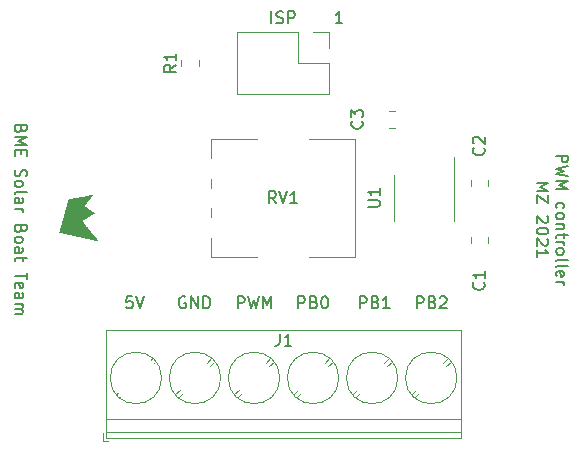
<source format=gbr>
%TF.GenerationSoftware,KiCad,Pcbnew,5.1.9-73d0e3b20d~88~ubuntu20.04.1*%
%TF.CreationDate,2021-04-20T00:17:22+02:00*%
%TF.ProjectId,hardware,68617264-7761-4726-952e-6b696361645f,rev?*%
%TF.SameCoordinates,Original*%
%TF.FileFunction,Legend,Top*%
%TF.FilePolarity,Positive*%
%FSLAX46Y46*%
G04 Gerber Fmt 4.6, Leading zero omitted, Abs format (unit mm)*
G04 Created by KiCad (PCBNEW 5.1.9-73d0e3b20d~88~ubuntu20.04.1) date 2021-04-20 00:17:22*
%MOMM*%
%LPD*%
G01*
G04 APERTURE LIST*
%ADD10C,0.150000*%
%ADD11C,0.010000*%
%ADD12C,0.120000*%
%ADD13R,2.600000X2.600000*%
%ADD14C,2.600000*%
%ADD15R,1.700000X1.700000*%
%ADD16O,1.700000X1.700000*%
%ADD17C,4.000000*%
%ADD18C,1.800000*%
%ADD19C,3.200000*%
G04 APERTURE END LIST*
D10*
X118372619Y-133571428D02*
X119372619Y-133571428D01*
X119372619Y-133952380D01*
X119325000Y-134047619D01*
X119277380Y-134095238D01*
X119182142Y-134142857D01*
X119039285Y-134142857D01*
X118944047Y-134095238D01*
X118896428Y-134047619D01*
X118848809Y-133952380D01*
X118848809Y-133571428D01*
X119372619Y-134476190D02*
X118372619Y-134714285D01*
X119086904Y-134904761D01*
X118372619Y-135095238D01*
X119372619Y-135333333D01*
X118372619Y-135714285D02*
X119372619Y-135714285D01*
X118658333Y-136047619D01*
X119372619Y-136380952D01*
X118372619Y-136380952D01*
X118420238Y-138047619D02*
X118372619Y-137952380D01*
X118372619Y-137761904D01*
X118420238Y-137666666D01*
X118467857Y-137619047D01*
X118563095Y-137571428D01*
X118848809Y-137571428D01*
X118944047Y-137619047D01*
X118991666Y-137666666D01*
X119039285Y-137761904D01*
X119039285Y-137952380D01*
X118991666Y-138047619D01*
X118372619Y-138619047D02*
X118420238Y-138523809D01*
X118467857Y-138476190D01*
X118563095Y-138428571D01*
X118848809Y-138428571D01*
X118944047Y-138476190D01*
X118991666Y-138523809D01*
X119039285Y-138619047D01*
X119039285Y-138761904D01*
X118991666Y-138857142D01*
X118944047Y-138904761D01*
X118848809Y-138952380D01*
X118563095Y-138952380D01*
X118467857Y-138904761D01*
X118420238Y-138857142D01*
X118372619Y-138761904D01*
X118372619Y-138619047D01*
X119039285Y-139380952D02*
X118372619Y-139380952D01*
X118944047Y-139380952D02*
X118991666Y-139428571D01*
X119039285Y-139523809D01*
X119039285Y-139666666D01*
X118991666Y-139761904D01*
X118896428Y-139809523D01*
X118372619Y-139809523D01*
X119039285Y-140142857D02*
X119039285Y-140523809D01*
X119372619Y-140285714D02*
X118515476Y-140285714D01*
X118420238Y-140333333D01*
X118372619Y-140428571D01*
X118372619Y-140523809D01*
X118372619Y-140857142D02*
X119039285Y-140857142D01*
X118848809Y-140857142D02*
X118944047Y-140904761D01*
X118991666Y-140952380D01*
X119039285Y-141047619D01*
X119039285Y-141142857D01*
X118372619Y-141619047D02*
X118420238Y-141523809D01*
X118467857Y-141476190D01*
X118563095Y-141428571D01*
X118848809Y-141428571D01*
X118944047Y-141476190D01*
X118991666Y-141523809D01*
X119039285Y-141619047D01*
X119039285Y-141761904D01*
X118991666Y-141857142D01*
X118944047Y-141904761D01*
X118848809Y-141952380D01*
X118563095Y-141952380D01*
X118467857Y-141904761D01*
X118420238Y-141857142D01*
X118372619Y-141761904D01*
X118372619Y-141619047D01*
X118372619Y-142523809D02*
X118420238Y-142428571D01*
X118515476Y-142380952D01*
X119372619Y-142380952D01*
X118372619Y-143047619D02*
X118420238Y-142952380D01*
X118515476Y-142904761D01*
X119372619Y-142904761D01*
X118420238Y-143809523D02*
X118372619Y-143714285D01*
X118372619Y-143523809D01*
X118420238Y-143428571D01*
X118515476Y-143380952D01*
X118896428Y-143380952D01*
X118991666Y-143428571D01*
X119039285Y-143523809D01*
X119039285Y-143714285D01*
X118991666Y-143809523D01*
X118896428Y-143857142D01*
X118801190Y-143857142D01*
X118705952Y-143380952D01*
X118372619Y-144285714D02*
X119039285Y-144285714D01*
X118848809Y-144285714D02*
X118944047Y-144333333D01*
X118991666Y-144380952D01*
X119039285Y-144476190D01*
X119039285Y-144571428D01*
X116722619Y-135904761D02*
X117722619Y-135904761D01*
X117008333Y-136238095D01*
X117722619Y-136571428D01*
X116722619Y-136571428D01*
X117722619Y-136952380D02*
X117722619Y-137619047D01*
X116722619Y-136952380D01*
X116722619Y-137619047D01*
X117627380Y-138714285D02*
X117675000Y-138761904D01*
X117722619Y-138857142D01*
X117722619Y-139095238D01*
X117675000Y-139190476D01*
X117627380Y-139238095D01*
X117532142Y-139285714D01*
X117436904Y-139285714D01*
X117294047Y-139238095D01*
X116722619Y-138666666D01*
X116722619Y-139285714D01*
X117722619Y-139904761D02*
X117722619Y-140000000D01*
X117675000Y-140095238D01*
X117627380Y-140142857D01*
X117532142Y-140190476D01*
X117341666Y-140238095D01*
X117103571Y-140238095D01*
X116913095Y-140190476D01*
X116817857Y-140142857D01*
X116770238Y-140095238D01*
X116722619Y-140000000D01*
X116722619Y-139904761D01*
X116770238Y-139809523D01*
X116817857Y-139761904D01*
X116913095Y-139714285D01*
X117103571Y-139666666D01*
X117341666Y-139666666D01*
X117532142Y-139714285D01*
X117627380Y-139761904D01*
X117675000Y-139809523D01*
X117722619Y-139904761D01*
X117627380Y-140619047D02*
X117675000Y-140666666D01*
X117722619Y-140761904D01*
X117722619Y-141000000D01*
X117675000Y-141095238D01*
X117627380Y-141142857D01*
X117532142Y-141190476D01*
X117436904Y-141190476D01*
X117294047Y-141142857D01*
X116722619Y-140571428D01*
X116722619Y-141190476D01*
X116722619Y-142142857D02*
X116722619Y-141571428D01*
X116722619Y-141857142D02*
X117722619Y-141857142D01*
X117579761Y-141761904D01*
X117484523Y-141666666D01*
X117436904Y-141571428D01*
X73071428Y-131333333D02*
X73023809Y-131476190D01*
X72976190Y-131523809D01*
X72880952Y-131571428D01*
X72738095Y-131571428D01*
X72642857Y-131523809D01*
X72595238Y-131476190D01*
X72547619Y-131380952D01*
X72547619Y-131000000D01*
X73547619Y-131000000D01*
X73547619Y-131333333D01*
X73500000Y-131428571D01*
X73452380Y-131476190D01*
X73357142Y-131523809D01*
X73261904Y-131523809D01*
X73166666Y-131476190D01*
X73119047Y-131428571D01*
X73071428Y-131333333D01*
X73071428Y-131000000D01*
X72547619Y-132000000D02*
X73547619Y-132000000D01*
X72833333Y-132333333D01*
X73547619Y-132666666D01*
X72547619Y-132666666D01*
X73071428Y-133142857D02*
X73071428Y-133476190D01*
X72547619Y-133619047D02*
X72547619Y-133142857D01*
X73547619Y-133142857D01*
X73547619Y-133619047D01*
X72595238Y-134761904D02*
X72547619Y-134904761D01*
X72547619Y-135142857D01*
X72595238Y-135238095D01*
X72642857Y-135285714D01*
X72738095Y-135333333D01*
X72833333Y-135333333D01*
X72928571Y-135285714D01*
X72976190Y-135238095D01*
X73023809Y-135142857D01*
X73071428Y-134952380D01*
X73119047Y-134857142D01*
X73166666Y-134809523D01*
X73261904Y-134761904D01*
X73357142Y-134761904D01*
X73452380Y-134809523D01*
X73500000Y-134857142D01*
X73547619Y-134952380D01*
X73547619Y-135190476D01*
X73500000Y-135333333D01*
X72547619Y-135904761D02*
X72595238Y-135809523D01*
X72642857Y-135761904D01*
X72738095Y-135714285D01*
X73023809Y-135714285D01*
X73119047Y-135761904D01*
X73166666Y-135809523D01*
X73214285Y-135904761D01*
X73214285Y-136047619D01*
X73166666Y-136142857D01*
X73119047Y-136190476D01*
X73023809Y-136238095D01*
X72738095Y-136238095D01*
X72642857Y-136190476D01*
X72595238Y-136142857D01*
X72547619Y-136047619D01*
X72547619Y-135904761D01*
X72547619Y-136809523D02*
X72595238Y-136714285D01*
X72690476Y-136666666D01*
X73547619Y-136666666D01*
X72547619Y-137619047D02*
X73071428Y-137619047D01*
X73166666Y-137571428D01*
X73214285Y-137476190D01*
X73214285Y-137285714D01*
X73166666Y-137190476D01*
X72595238Y-137619047D02*
X72547619Y-137523809D01*
X72547619Y-137285714D01*
X72595238Y-137190476D01*
X72690476Y-137142857D01*
X72785714Y-137142857D01*
X72880952Y-137190476D01*
X72928571Y-137285714D01*
X72928571Y-137523809D01*
X72976190Y-137619047D01*
X72547619Y-138095238D02*
X73214285Y-138095238D01*
X73023809Y-138095238D02*
X73119047Y-138142857D01*
X73166666Y-138190476D01*
X73214285Y-138285714D01*
X73214285Y-138380952D01*
X73071428Y-139809523D02*
X73023809Y-139952380D01*
X72976190Y-140000000D01*
X72880952Y-140047619D01*
X72738095Y-140047619D01*
X72642857Y-140000000D01*
X72595238Y-139952380D01*
X72547619Y-139857142D01*
X72547619Y-139476190D01*
X73547619Y-139476190D01*
X73547619Y-139809523D01*
X73500000Y-139904761D01*
X73452380Y-139952380D01*
X73357142Y-140000000D01*
X73261904Y-140000000D01*
X73166666Y-139952380D01*
X73119047Y-139904761D01*
X73071428Y-139809523D01*
X73071428Y-139476190D01*
X72547619Y-140619047D02*
X72595238Y-140523809D01*
X72642857Y-140476190D01*
X72738095Y-140428571D01*
X73023809Y-140428571D01*
X73119047Y-140476190D01*
X73166666Y-140523809D01*
X73214285Y-140619047D01*
X73214285Y-140761904D01*
X73166666Y-140857142D01*
X73119047Y-140904761D01*
X73023809Y-140952380D01*
X72738095Y-140952380D01*
X72642857Y-140904761D01*
X72595238Y-140857142D01*
X72547619Y-140761904D01*
X72547619Y-140619047D01*
X72547619Y-141809523D02*
X73071428Y-141809523D01*
X73166666Y-141761904D01*
X73214285Y-141666666D01*
X73214285Y-141476190D01*
X73166666Y-141380952D01*
X72595238Y-141809523D02*
X72547619Y-141714285D01*
X72547619Y-141476190D01*
X72595238Y-141380952D01*
X72690476Y-141333333D01*
X72785714Y-141333333D01*
X72880952Y-141380952D01*
X72928571Y-141476190D01*
X72928571Y-141714285D01*
X72976190Y-141809523D01*
X73214285Y-142142857D02*
X73214285Y-142523809D01*
X73547619Y-142285714D02*
X72690476Y-142285714D01*
X72595238Y-142333333D01*
X72547619Y-142428571D01*
X72547619Y-142523809D01*
X73547619Y-143476190D02*
X73547619Y-144047619D01*
X72547619Y-143761904D02*
X73547619Y-143761904D01*
X72595238Y-144761904D02*
X72547619Y-144666666D01*
X72547619Y-144476190D01*
X72595238Y-144380952D01*
X72690476Y-144333333D01*
X73071428Y-144333333D01*
X73166666Y-144380952D01*
X73214285Y-144476190D01*
X73214285Y-144666666D01*
X73166666Y-144761904D01*
X73071428Y-144809523D01*
X72976190Y-144809523D01*
X72880952Y-144333333D01*
X72547619Y-145666666D02*
X73071428Y-145666666D01*
X73166666Y-145619047D01*
X73214285Y-145523809D01*
X73214285Y-145333333D01*
X73166666Y-145238095D01*
X72595238Y-145666666D02*
X72547619Y-145571428D01*
X72547619Y-145333333D01*
X72595238Y-145238095D01*
X72690476Y-145190476D01*
X72785714Y-145190476D01*
X72880952Y-145238095D01*
X72928571Y-145333333D01*
X72928571Y-145571428D01*
X72976190Y-145666666D01*
X72547619Y-146142857D02*
X73214285Y-146142857D01*
X73119047Y-146142857D02*
X73166666Y-146190476D01*
X73214285Y-146285714D01*
X73214285Y-146428571D01*
X73166666Y-146523809D01*
X73071428Y-146571428D01*
X72547619Y-146571428D01*
X73071428Y-146571428D02*
X73166666Y-146619047D01*
X73214285Y-146714285D01*
X73214285Y-146857142D01*
X73166666Y-146952380D01*
X73071428Y-147000000D01*
X72547619Y-147000000D01*
X106584904Y-146502380D02*
X106584904Y-145502380D01*
X106965857Y-145502380D01*
X107061095Y-145550000D01*
X107108714Y-145597619D01*
X107156333Y-145692857D01*
X107156333Y-145835714D01*
X107108714Y-145930952D01*
X107061095Y-145978571D01*
X106965857Y-146026190D01*
X106584904Y-146026190D01*
X107918238Y-145978571D02*
X108061095Y-146026190D01*
X108108714Y-146073809D01*
X108156333Y-146169047D01*
X108156333Y-146311904D01*
X108108714Y-146407142D01*
X108061095Y-146454761D01*
X107965857Y-146502380D01*
X107584904Y-146502380D01*
X107584904Y-145502380D01*
X107918238Y-145502380D01*
X108013476Y-145550000D01*
X108061095Y-145597619D01*
X108108714Y-145692857D01*
X108108714Y-145788095D01*
X108061095Y-145883333D01*
X108013476Y-145930952D01*
X107918238Y-145978571D01*
X107584904Y-145978571D01*
X108537285Y-145597619D02*
X108584904Y-145550000D01*
X108680142Y-145502380D01*
X108918238Y-145502380D01*
X109013476Y-145550000D01*
X109061095Y-145597619D01*
X109108714Y-145692857D01*
X109108714Y-145788095D01*
X109061095Y-145930952D01*
X108489666Y-146502380D01*
X109108714Y-146502380D01*
X101758904Y-146502380D02*
X101758904Y-145502380D01*
X102139857Y-145502380D01*
X102235095Y-145550000D01*
X102282714Y-145597619D01*
X102330333Y-145692857D01*
X102330333Y-145835714D01*
X102282714Y-145930952D01*
X102235095Y-145978571D01*
X102139857Y-146026190D01*
X101758904Y-146026190D01*
X103092238Y-145978571D02*
X103235095Y-146026190D01*
X103282714Y-146073809D01*
X103330333Y-146169047D01*
X103330333Y-146311904D01*
X103282714Y-146407142D01*
X103235095Y-146454761D01*
X103139857Y-146502380D01*
X102758904Y-146502380D01*
X102758904Y-145502380D01*
X103092238Y-145502380D01*
X103187476Y-145550000D01*
X103235095Y-145597619D01*
X103282714Y-145692857D01*
X103282714Y-145788095D01*
X103235095Y-145883333D01*
X103187476Y-145930952D01*
X103092238Y-145978571D01*
X102758904Y-145978571D01*
X104282714Y-146502380D02*
X103711285Y-146502380D01*
X103997000Y-146502380D02*
X103997000Y-145502380D01*
X103901761Y-145645238D01*
X103806523Y-145740476D01*
X103711285Y-145788095D01*
X96551904Y-146502380D02*
X96551904Y-145502380D01*
X96932857Y-145502380D01*
X97028095Y-145550000D01*
X97075714Y-145597619D01*
X97123333Y-145692857D01*
X97123333Y-145835714D01*
X97075714Y-145930952D01*
X97028095Y-145978571D01*
X96932857Y-146026190D01*
X96551904Y-146026190D01*
X97885238Y-145978571D02*
X98028095Y-146026190D01*
X98075714Y-146073809D01*
X98123333Y-146169047D01*
X98123333Y-146311904D01*
X98075714Y-146407142D01*
X98028095Y-146454761D01*
X97932857Y-146502380D01*
X97551904Y-146502380D01*
X97551904Y-145502380D01*
X97885238Y-145502380D01*
X97980476Y-145550000D01*
X98028095Y-145597619D01*
X98075714Y-145692857D01*
X98075714Y-145788095D01*
X98028095Y-145883333D01*
X97980476Y-145930952D01*
X97885238Y-145978571D01*
X97551904Y-145978571D01*
X98742380Y-145502380D02*
X98837619Y-145502380D01*
X98932857Y-145550000D01*
X98980476Y-145597619D01*
X99028095Y-145692857D01*
X99075714Y-145883333D01*
X99075714Y-146121428D01*
X99028095Y-146311904D01*
X98980476Y-146407142D01*
X98932857Y-146454761D01*
X98837619Y-146502380D01*
X98742380Y-146502380D01*
X98647142Y-146454761D01*
X98599523Y-146407142D01*
X98551904Y-146311904D01*
X98504285Y-146121428D01*
X98504285Y-145883333D01*
X98551904Y-145692857D01*
X98599523Y-145597619D01*
X98647142Y-145550000D01*
X98742380Y-145502380D01*
X91432238Y-146502380D02*
X91432238Y-145502380D01*
X91813190Y-145502380D01*
X91908428Y-145550000D01*
X91956047Y-145597619D01*
X92003666Y-145692857D01*
X92003666Y-145835714D01*
X91956047Y-145930952D01*
X91908428Y-145978571D01*
X91813190Y-146026190D01*
X91432238Y-146026190D01*
X92337000Y-145502380D02*
X92575095Y-146502380D01*
X92765571Y-145788095D01*
X92956047Y-146502380D01*
X93194142Y-145502380D01*
X93575095Y-146502380D02*
X93575095Y-145502380D01*
X93908428Y-146216666D01*
X94241761Y-145502380D01*
X94241761Y-146502380D01*
X86995095Y-145550000D02*
X86899857Y-145502380D01*
X86757000Y-145502380D01*
X86614142Y-145550000D01*
X86518904Y-145645238D01*
X86471285Y-145740476D01*
X86423666Y-145930952D01*
X86423666Y-146073809D01*
X86471285Y-146264285D01*
X86518904Y-146359523D01*
X86614142Y-146454761D01*
X86757000Y-146502380D01*
X86852238Y-146502380D01*
X86995095Y-146454761D01*
X87042714Y-146407142D01*
X87042714Y-146073809D01*
X86852238Y-146073809D01*
X87471285Y-146502380D02*
X87471285Y-145502380D01*
X88042714Y-146502380D01*
X88042714Y-145502380D01*
X88518904Y-146502380D02*
X88518904Y-145502380D01*
X88757000Y-145502380D01*
X88899857Y-145550000D01*
X88995095Y-145645238D01*
X89042714Y-145740476D01*
X89090333Y-145930952D01*
X89090333Y-146073809D01*
X89042714Y-146264285D01*
X88995095Y-146359523D01*
X88899857Y-146454761D01*
X88757000Y-146502380D01*
X88518904Y-146502380D01*
X82486523Y-145502380D02*
X82010333Y-145502380D01*
X81962714Y-145978571D01*
X82010333Y-145930952D01*
X82105571Y-145883333D01*
X82343666Y-145883333D01*
X82438904Y-145930952D01*
X82486523Y-145978571D01*
X82534142Y-146073809D01*
X82534142Y-146311904D01*
X82486523Y-146407142D01*
X82438904Y-146454761D01*
X82343666Y-146502380D01*
X82105571Y-146502380D01*
X82010333Y-146454761D01*
X81962714Y-146407142D01*
X82819857Y-145502380D02*
X83153190Y-146502380D01*
X83486523Y-145502380D01*
X94273809Y-122372380D02*
X94273809Y-121372380D01*
X94702380Y-122324761D02*
X94845238Y-122372380D01*
X95083333Y-122372380D01*
X95178571Y-122324761D01*
X95226190Y-122277142D01*
X95273809Y-122181904D01*
X95273809Y-122086666D01*
X95226190Y-121991428D01*
X95178571Y-121943809D01*
X95083333Y-121896190D01*
X94892857Y-121848571D01*
X94797619Y-121800952D01*
X94750000Y-121753333D01*
X94702380Y-121658095D01*
X94702380Y-121562857D01*
X94750000Y-121467619D01*
X94797619Y-121420000D01*
X94892857Y-121372380D01*
X95130952Y-121372380D01*
X95273809Y-121420000D01*
X95702380Y-122372380D02*
X95702380Y-121372380D01*
X96083333Y-121372380D01*
X96178571Y-121420000D01*
X96226190Y-121467619D01*
X96273809Y-121562857D01*
X96273809Y-121705714D01*
X96226190Y-121800952D01*
X96178571Y-121848571D01*
X96083333Y-121896190D01*
X95702380Y-121896190D01*
X100285714Y-122372380D02*
X99714285Y-122372380D01*
X100000000Y-122372380D02*
X100000000Y-121372380D01*
X99904761Y-121515238D01*
X99809523Y-121610476D01*
X99714285Y-121658095D01*
D11*
%TO.C,G\u002A\u002A\u002A*%
G36*
X79492176Y-140722967D02*
G01*
X79480820Y-140725648D01*
X79469993Y-140724977D01*
X79451354Y-140722416D01*
X79426993Y-140718353D01*
X79399001Y-140713178D01*
X79369468Y-140707279D01*
X79340482Y-140701045D01*
X79314134Y-140694864D01*
X79310640Y-140693992D01*
X79300642Y-140691617D01*
X79281600Y-140687243D01*
X79254216Y-140681025D01*
X79219189Y-140673118D01*
X79177220Y-140663678D01*
X79129009Y-140652861D01*
X79075256Y-140640822D01*
X79016661Y-140627718D01*
X78953925Y-140613704D01*
X78887747Y-140598935D01*
X78818828Y-140583568D01*
X78747868Y-140567759D01*
X78675567Y-140551662D01*
X78602625Y-140535433D01*
X78529743Y-140519229D01*
X78457621Y-140503205D01*
X78386958Y-140487517D01*
X78318455Y-140472320D01*
X78252813Y-140457771D01*
X78190730Y-140444024D01*
X78132909Y-140431236D01*
X78080047Y-140419563D01*
X78032847Y-140409159D01*
X77992008Y-140400182D01*
X77958230Y-140392786D01*
X77932213Y-140387127D01*
X77914658Y-140383361D01*
X77906265Y-140381644D01*
X77906020Y-140381601D01*
X77886164Y-140377853D01*
X77863064Y-140372896D01*
X77850140Y-140369856D01*
X77828867Y-140364769D01*
X77801234Y-140358371D01*
X77769769Y-140351225D01*
X77737001Y-140343897D01*
X77705458Y-140336948D01*
X77677667Y-140330944D01*
X77656157Y-140326446D01*
X77649480Y-140325119D01*
X77631286Y-140321245D01*
X77615342Y-140317258D01*
X77608840Y-140315288D01*
X77601459Y-140313340D01*
X77585167Y-140309450D01*
X77560979Y-140303850D01*
X77529910Y-140296769D01*
X77492975Y-140288436D01*
X77451188Y-140279083D01*
X77405565Y-140268938D01*
X77357120Y-140258231D01*
X77352300Y-140257170D01*
X77302854Y-140246269D01*
X77255484Y-140235802D01*
X77211309Y-140226019D01*
X77171444Y-140217167D01*
X77137006Y-140209494D01*
X77109110Y-140203248D01*
X77088874Y-140198679D01*
X77077413Y-140196034D01*
X77077226Y-140195989D01*
X77054492Y-140190760D01*
X77027576Y-140184913D01*
X76998422Y-140178830D01*
X76968975Y-140172896D01*
X76941181Y-140167493D01*
X76916984Y-140163005D01*
X76898329Y-140159816D01*
X76887161Y-140158309D01*
X76885746Y-140158240D01*
X76874511Y-140156384D01*
X76869447Y-140153719D01*
X76861286Y-140149904D01*
X76844030Y-140144772D01*
X76818630Y-140138531D01*
X76786034Y-140131391D01*
X76747194Y-140123561D01*
X76703059Y-140115248D01*
X76657278Y-140107126D01*
X76639685Y-140103559D01*
X76625322Y-140099709D01*
X76619178Y-140097320D01*
X76609069Y-140093371D01*
X76593864Y-140089058D01*
X76587760Y-140087636D01*
X76571825Y-140084055D01*
X76550139Y-140079038D01*
X76526828Y-140073541D01*
X76521720Y-140072321D01*
X76499834Y-140067515D01*
X76479752Y-140063862D01*
X76464971Y-140061978D01*
X76462134Y-140061850D01*
X76446775Y-140060663D01*
X76426700Y-140057691D01*
X76404721Y-140053531D01*
X76383649Y-140048776D01*
X76366296Y-140044023D01*
X76355474Y-140039868D01*
X76354080Y-140038962D01*
X76342648Y-140031842D01*
X76337570Y-140029631D01*
X76329711Y-140022633D01*
X76330072Y-140012465D01*
X76332904Y-140008126D01*
X76338030Y-139998382D01*
X76342689Y-139983506D01*
X76345858Y-139967820D01*
X76346513Y-139955652D01*
X76345946Y-139952990D01*
X76346012Y-139943460D01*
X76350055Y-139929839D01*
X76351831Y-139925788D01*
X76357956Y-139909896D01*
X76363985Y-139889504D01*
X76367077Y-139876300D01*
X76372763Y-139853459D01*
X76380324Y-139829221D01*
X76384519Y-139817880D01*
X76388559Y-139806303D01*
X76394848Y-139786365D01*
X76402973Y-139759508D01*
X76412525Y-139727178D01*
X76423090Y-139690816D01*
X76434257Y-139651867D01*
X76445615Y-139611775D01*
X76456751Y-139571984D01*
X76467255Y-139533936D01*
X76476713Y-139499076D01*
X76484716Y-139468847D01*
X76490272Y-139447040D01*
X76497453Y-139420215D01*
X76506345Y-139390039D01*
X76515121Y-139362687D01*
X76515807Y-139360680D01*
X76523232Y-139337095D01*
X76529636Y-139313204D01*
X76533869Y-139293382D01*
X76534440Y-139289682D01*
X76537756Y-139272036D01*
X76542103Y-139257263D01*
X76544742Y-139251582D01*
X76546762Y-139245718D01*
X76551329Y-139230723D01*
X76558258Y-139207255D01*
X76567364Y-139175971D01*
X76578463Y-139137525D01*
X76591368Y-139092575D01*
X76605896Y-139041777D01*
X76621861Y-138985787D01*
X76639078Y-138925262D01*
X76657363Y-138860857D01*
X76676530Y-138793228D01*
X76696395Y-138723033D01*
X76716772Y-138650928D01*
X76737476Y-138577568D01*
X76758324Y-138503610D01*
X76779128Y-138429710D01*
X76799706Y-138356524D01*
X76819871Y-138284710D01*
X76839440Y-138214922D01*
X76858225Y-138147818D01*
X76876044Y-138084053D01*
X76892711Y-138024285D01*
X76908041Y-137969168D01*
X76921849Y-137919359D01*
X76933949Y-137875516D01*
X76944158Y-137838293D01*
X76952290Y-137808347D01*
X76958161Y-137786335D01*
X76961584Y-137772912D01*
X76962111Y-137770640D01*
X76966780Y-137750834D01*
X76971577Y-137732822D01*
X76974831Y-137722380D01*
X76978044Y-137712399D01*
X76983794Y-137693368D01*
X76991870Y-137666015D01*
X77002061Y-137631071D01*
X77014155Y-137589266D01*
X77027941Y-137541329D01*
X77043208Y-137487991D01*
X77059744Y-137429982D01*
X77074812Y-137376940D01*
X77084494Y-137342986D01*
X77091952Y-137317592D01*
X77097690Y-137299533D01*
X77102213Y-137287580D01*
X77106025Y-137280506D01*
X77109628Y-137277087D01*
X77113527Y-137276093D01*
X77116206Y-137276150D01*
X77127697Y-137275533D01*
X77145036Y-137273116D01*
X77161800Y-137269962D01*
X77177903Y-137266677D01*
X77202708Y-137261794D01*
X77235620Y-137255422D01*
X77276046Y-137247673D01*
X77323391Y-137238656D01*
X77377061Y-137228483D01*
X77436461Y-137217263D01*
X77500997Y-137205108D01*
X77570075Y-137192127D01*
X77643100Y-137178432D01*
X77719478Y-137164131D01*
X77798614Y-137149337D01*
X77879915Y-137134160D01*
X77962786Y-137118709D01*
X78046632Y-137103095D01*
X78130859Y-137087430D01*
X78214873Y-137071822D01*
X78298079Y-137056383D01*
X78379884Y-137041224D01*
X78459692Y-137026454D01*
X78536909Y-137012184D01*
X78610942Y-136998524D01*
X78681195Y-136985586D01*
X78747074Y-136973478D01*
X78807985Y-136962313D01*
X78863334Y-136952200D01*
X78912525Y-136943250D01*
X78954966Y-136935573D01*
X78990061Y-136929280D01*
X79017216Y-136924481D01*
X79035837Y-136921286D01*
X79045329Y-136919806D01*
X79046461Y-136919728D01*
X79051347Y-136927456D01*
X79048049Y-136937276D01*
X79041922Y-136943250D01*
X79037054Y-136948561D01*
X79026682Y-136961244D01*
X79011283Y-136980672D01*
X78991328Y-137006216D01*
X78967294Y-137037250D01*
X78939653Y-137073146D01*
X78908880Y-137113278D01*
X78875448Y-137157018D01*
X78839833Y-137203740D01*
X78802508Y-137252815D01*
X78763946Y-137303618D01*
X78724623Y-137355519D01*
X78685012Y-137407894D01*
X78645588Y-137460113D01*
X78606823Y-137511551D01*
X78569194Y-137561579D01*
X78533172Y-137609572D01*
X78499234Y-137654900D01*
X78467852Y-137696939D01*
X78439501Y-137735059D01*
X78414654Y-137768635D01*
X78393787Y-137797038D01*
X78377372Y-137819642D01*
X78365885Y-137835820D01*
X78359799Y-137844944D01*
X78358947Y-137846785D01*
X78364823Y-137851115D01*
X78366091Y-137851992D01*
X78366091Y-137883645D01*
X78365760Y-137884340D01*
X78369337Y-137888976D01*
X78370840Y-137890020D01*
X78375590Y-137891314D01*
X78375920Y-137890619D01*
X78372344Y-137885983D01*
X78370840Y-137884940D01*
X78366091Y-137883645D01*
X78366091Y-137851992D01*
X78378389Y-137860498D01*
X78398947Y-137874472D01*
X78425801Y-137892576D01*
X78457531Y-137913862D01*
X78457531Y-137944605D01*
X78457200Y-137945300D01*
X78460777Y-137949936D01*
X78462280Y-137950980D01*
X78467030Y-137952274D01*
X78467360Y-137951579D01*
X78463784Y-137946943D01*
X78462280Y-137945900D01*
X78457531Y-137944605D01*
X78457531Y-137913862D01*
X78458254Y-137914348D01*
X78488011Y-137934246D01*
X78488011Y-137964925D01*
X78487680Y-137965620D01*
X78491257Y-137970256D01*
X78492760Y-137971300D01*
X78497510Y-137972594D01*
X78497840Y-137971899D01*
X78494264Y-137967263D01*
X78492760Y-137966220D01*
X78488011Y-137964925D01*
X78488011Y-137934246D01*
X78495609Y-137939327D01*
X78505460Y-137945898D01*
X78505460Y-137973840D01*
X78502920Y-137976380D01*
X78505460Y-137978920D01*
X78508000Y-137976380D01*
X78505460Y-137973840D01*
X78505460Y-137945898D01*
X78537169Y-137967052D01*
X78551180Y-137976381D01*
X78551180Y-138004320D01*
X78548640Y-138006860D01*
X78551180Y-138009400D01*
X78553720Y-138006860D01*
X78551180Y-138004320D01*
X78551180Y-137976381D01*
X78582236Y-137997062D01*
X78630115Y-138028894D01*
X78680109Y-138062088D01*
X78731519Y-138096182D01*
X78783651Y-138130715D01*
X78835805Y-138165226D01*
X78887287Y-138199253D01*
X78937398Y-138232335D01*
X78985443Y-138264010D01*
X79030723Y-138293818D01*
X79072543Y-138321297D01*
X79110205Y-138345985D01*
X79143012Y-138367421D01*
X79170267Y-138385144D01*
X79191274Y-138398693D01*
X79205336Y-138407606D01*
X79211756Y-138411421D01*
X79212032Y-138411529D01*
X79216743Y-138412633D01*
X79220143Y-138414106D01*
X79221812Y-138416213D01*
X79221330Y-138419217D01*
X79218279Y-138423383D01*
X79212239Y-138428975D01*
X79202792Y-138436256D01*
X79189516Y-138445490D01*
X79171994Y-138456941D01*
X79149806Y-138470874D01*
X79122533Y-138487551D01*
X79089755Y-138507238D01*
X79051053Y-138530197D01*
X79006008Y-138556693D01*
X78954200Y-138586990D01*
X78895210Y-138621352D01*
X78828619Y-138660042D01*
X78754008Y-138703325D01*
X78683646Y-138744110D01*
X78615602Y-138783551D01*
X78550017Y-138821579D01*
X78487424Y-138857885D01*
X78428358Y-138892157D01*
X78373353Y-138924086D01*
X78322945Y-138953361D01*
X78277667Y-138979670D01*
X78238054Y-139002705D01*
X78204641Y-139022153D01*
X78177961Y-139037705D01*
X78158551Y-139049050D01*
X78146943Y-139055877D01*
X78143611Y-139057896D01*
X78146599Y-139061948D01*
X78155747Y-139073481D01*
X78170757Y-139092132D01*
X78191332Y-139117536D01*
X78217174Y-139149332D01*
X78247986Y-139187155D01*
X78283471Y-139230641D01*
X78323332Y-139279427D01*
X78367271Y-139333151D01*
X78414991Y-139391447D01*
X78466195Y-139453953D01*
X78520586Y-139520305D01*
X78577866Y-139590140D01*
X78637738Y-139663094D01*
X78699904Y-139738803D01*
X78764068Y-139816905D01*
X78818865Y-139883574D01*
X78884520Y-139963477D01*
X78948440Y-140041349D01*
X79010326Y-140116822D01*
X79069881Y-140189530D01*
X79126805Y-140259106D01*
X79180799Y-140325182D01*
X79231566Y-140387390D01*
X79278805Y-140445365D01*
X79322219Y-140498739D01*
X79361508Y-140547143D01*
X79396374Y-140590212D01*
X79426519Y-140627579D01*
X79448131Y-140654500D01*
X79448131Y-140692885D01*
X79447800Y-140693580D01*
X79451377Y-140698216D01*
X79452880Y-140699260D01*
X79457630Y-140700554D01*
X79457960Y-140699859D01*
X79454384Y-140695223D01*
X79452880Y-140694180D01*
X79448131Y-140692885D01*
X79448131Y-140654500D01*
X79451643Y-140658875D01*
X79471447Y-140683733D01*
X79485634Y-140701787D01*
X79493904Y-140712670D01*
X79496060Y-140715986D01*
X79492176Y-140722967D01*
G37*
X79492176Y-140722967D02*
X79480820Y-140725648D01*
X79469993Y-140724977D01*
X79451354Y-140722416D01*
X79426993Y-140718353D01*
X79399001Y-140713178D01*
X79369468Y-140707279D01*
X79340482Y-140701045D01*
X79314134Y-140694864D01*
X79310640Y-140693992D01*
X79300642Y-140691617D01*
X79281600Y-140687243D01*
X79254216Y-140681025D01*
X79219189Y-140673118D01*
X79177220Y-140663678D01*
X79129009Y-140652861D01*
X79075256Y-140640822D01*
X79016661Y-140627718D01*
X78953925Y-140613704D01*
X78887747Y-140598935D01*
X78818828Y-140583568D01*
X78747868Y-140567759D01*
X78675567Y-140551662D01*
X78602625Y-140535433D01*
X78529743Y-140519229D01*
X78457621Y-140503205D01*
X78386958Y-140487517D01*
X78318455Y-140472320D01*
X78252813Y-140457771D01*
X78190730Y-140444024D01*
X78132909Y-140431236D01*
X78080047Y-140419563D01*
X78032847Y-140409159D01*
X77992008Y-140400182D01*
X77958230Y-140392786D01*
X77932213Y-140387127D01*
X77914658Y-140383361D01*
X77906265Y-140381644D01*
X77906020Y-140381601D01*
X77886164Y-140377853D01*
X77863064Y-140372896D01*
X77850140Y-140369856D01*
X77828867Y-140364769D01*
X77801234Y-140358371D01*
X77769769Y-140351225D01*
X77737001Y-140343897D01*
X77705458Y-140336948D01*
X77677667Y-140330944D01*
X77656157Y-140326446D01*
X77649480Y-140325119D01*
X77631286Y-140321245D01*
X77615342Y-140317258D01*
X77608840Y-140315288D01*
X77601459Y-140313340D01*
X77585167Y-140309450D01*
X77560979Y-140303850D01*
X77529910Y-140296769D01*
X77492975Y-140288436D01*
X77451188Y-140279083D01*
X77405565Y-140268938D01*
X77357120Y-140258231D01*
X77352300Y-140257170D01*
X77302854Y-140246269D01*
X77255484Y-140235802D01*
X77211309Y-140226019D01*
X77171444Y-140217167D01*
X77137006Y-140209494D01*
X77109110Y-140203248D01*
X77088874Y-140198679D01*
X77077413Y-140196034D01*
X77077226Y-140195989D01*
X77054492Y-140190760D01*
X77027576Y-140184913D01*
X76998422Y-140178830D01*
X76968975Y-140172896D01*
X76941181Y-140167493D01*
X76916984Y-140163005D01*
X76898329Y-140159816D01*
X76887161Y-140158309D01*
X76885746Y-140158240D01*
X76874511Y-140156384D01*
X76869447Y-140153719D01*
X76861286Y-140149904D01*
X76844030Y-140144772D01*
X76818630Y-140138531D01*
X76786034Y-140131391D01*
X76747194Y-140123561D01*
X76703059Y-140115248D01*
X76657278Y-140107126D01*
X76639685Y-140103559D01*
X76625322Y-140099709D01*
X76619178Y-140097320D01*
X76609069Y-140093371D01*
X76593864Y-140089058D01*
X76587760Y-140087636D01*
X76571825Y-140084055D01*
X76550139Y-140079038D01*
X76526828Y-140073541D01*
X76521720Y-140072321D01*
X76499834Y-140067515D01*
X76479752Y-140063862D01*
X76464971Y-140061978D01*
X76462134Y-140061850D01*
X76446775Y-140060663D01*
X76426700Y-140057691D01*
X76404721Y-140053531D01*
X76383649Y-140048776D01*
X76366296Y-140044023D01*
X76355474Y-140039868D01*
X76354080Y-140038962D01*
X76342648Y-140031842D01*
X76337570Y-140029631D01*
X76329711Y-140022633D01*
X76330072Y-140012465D01*
X76332904Y-140008126D01*
X76338030Y-139998382D01*
X76342689Y-139983506D01*
X76345858Y-139967820D01*
X76346513Y-139955652D01*
X76345946Y-139952990D01*
X76346012Y-139943460D01*
X76350055Y-139929839D01*
X76351831Y-139925788D01*
X76357956Y-139909896D01*
X76363985Y-139889504D01*
X76367077Y-139876300D01*
X76372763Y-139853459D01*
X76380324Y-139829221D01*
X76384519Y-139817880D01*
X76388559Y-139806303D01*
X76394848Y-139786365D01*
X76402973Y-139759508D01*
X76412525Y-139727178D01*
X76423090Y-139690816D01*
X76434257Y-139651867D01*
X76445615Y-139611775D01*
X76456751Y-139571984D01*
X76467255Y-139533936D01*
X76476713Y-139499076D01*
X76484716Y-139468847D01*
X76490272Y-139447040D01*
X76497453Y-139420215D01*
X76506345Y-139390039D01*
X76515121Y-139362687D01*
X76515807Y-139360680D01*
X76523232Y-139337095D01*
X76529636Y-139313204D01*
X76533869Y-139293382D01*
X76534440Y-139289682D01*
X76537756Y-139272036D01*
X76542103Y-139257263D01*
X76544742Y-139251582D01*
X76546762Y-139245718D01*
X76551329Y-139230723D01*
X76558258Y-139207255D01*
X76567364Y-139175971D01*
X76578463Y-139137525D01*
X76591368Y-139092575D01*
X76605896Y-139041777D01*
X76621861Y-138985787D01*
X76639078Y-138925262D01*
X76657363Y-138860857D01*
X76676530Y-138793228D01*
X76696395Y-138723033D01*
X76716772Y-138650928D01*
X76737476Y-138577568D01*
X76758324Y-138503610D01*
X76779128Y-138429710D01*
X76799706Y-138356524D01*
X76819871Y-138284710D01*
X76839440Y-138214922D01*
X76858225Y-138147818D01*
X76876044Y-138084053D01*
X76892711Y-138024285D01*
X76908041Y-137969168D01*
X76921849Y-137919359D01*
X76933949Y-137875516D01*
X76944158Y-137838293D01*
X76952290Y-137808347D01*
X76958161Y-137786335D01*
X76961584Y-137772912D01*
X76962111Y-137770640D01*
X76966780Y-137750834D01*
X76971577Y-137732822D01*
X76974831Y-137722380D01*
X76978044Y-137712399D01*
X76983794Y-137693368D01*
X76991870Y-137666015D01*
X77002061Y-137631071D01*
X77014155Y-137589266D01*
X77027941Y-137541329D01*
X77043208Y-137487991D01*
X77059744Y-137429982D01*
X77074812Y-137376940D01*
X77084494Y-137342986D01*
X77091952Y-137317592D01*
X77097690Y-137299533D01*
X77102213Y-137287580D01*
X77106025Y-137280506D01*
X77109628Y-137277087D01*
X77113527Y-137276093D01*
X77116206Y-137276150D01*
X77127697Y-137275533D01*
X77145036Y-137273116D01*
X77161800Y-137269962D01*
X77177903Y-137266677D01*
X77202708Y-137261794D01*
X77235620Y-137255422D01*
X77276046Y-137247673D01*
X77323391Y-137238656D01*
X77377061Y-137228483D01*
X77436461Y-137217263D01*
X77500997Y-137205108D01*
X77570075Y-137192127D01*
X77643100Y-137178432D01*
X77719478Y-137164131D01*
X77798614Y-137149337D01*
X77879915Y-137134160D01*
X77962786Y-137118709D01*
X78046632Y-137103095D01*
X78130859Y-137087430D01*
X78214873Y-137071822D01*
X78298079Y-137056383D01*
X78379884Y-137041224D01*
X78459692Y-137026454D01*
X78536909Y-137012184D01*
X78610942Y-136998524D01*
X78681195Y-136985586D01*
X78747074Y-136973478D01*
X78807985Y-136962313D01*
X78863334Y-136952200D01*
X78912525Y-136943250D01*
X78954966Y-136935573D01*
X78990061Y-136929280D01*
X79017216Y-136924481D01*
X79035837Y-136921286D01*
X79045329Y-136919806D01*
X79046461Y-136919728D01*
X79051347Y-136927456D01*
X79048049Y-136937276D01*
X79041922Y-136943250D01*
X79037054Y-136948561D01*
X79026682Y-136961244D01*
X79011283Y-136980672D01*
X78991328Y-137006216D01*
X78967294Y-137037250D01*
X78939653Y-137073146D01*
X78908880Y-137113278D01*
X78875448Y-137157018D01*
X78839833Y-137203740D01*
X78802508Y-137252815D01*
X78763946Y-137303618D01*
X78724623Y-137355519D01*
X78685012Y-137407894D01*
X78645588Y-137460113D01*
X78606823Y-137511551D01*
X78569194Y-137561579D01*
X78533172Y-137609572D01*
X78499234Y-137654900D01*
X78467852Y-137696939D01*
X78439501Y-137735059D01*
X78414654Y-137768635D01*
X78393787Y-137797038D01*
X78377372Y-137819642D01*
X78365885Y-137835820D01*
X78359799Y-137844944D01*
X78358947Y-137846785D01*
X78364823Y-137851115D01*
X78366091Y-137851992D01*
X78366091Y-137883645D01*
X78365760Y-137884340D01*
X78369337Y-137888976D01*
X78370840Y-137890020D01*
X78375590Y-137891314D01*
X78375920Y-137890619D01*
X78372344Y-137885983D01*
X78370840Y-137884940D01*
X78366091Y-137883645D01*
X78366091Y-137851992D01*
X78378389Y-137860498D01*
X78398947Y-137874472D01*
X78425801Y-137892576D01*
X78457531Y-137913862D01*
X78457531Y-137944605D01*
X78457200Y-137945300D01*
X78460777Y-137949936D01*
X78462280Y-137950980D01*
X78467030Y-137952274D01*
X78467360Y-137951579D01*
X78463784Y-137946943D01*
X78462280Y-137945900D01*
X78457531Y-137944605D01*
X78457531Y-137913862D01*
X78458254Y-137914348D01*
X78488011Y-137934246D01*
X78488011Y-137964925D01*
X78487680Y-137965620D01*
X78491257Y-137970256D01*
X78492760Y-137971300D01*
X78497510Y-137972594D01*
X78497840Y-137971899D01*
X78494264Y-137967263D01*
X78492760Y-137966220D01*
X78488011Y-137964925D01*
X78488011Y-137934246D01*
X78495609Y-137939327D01*
X78505460Y-137945898D01*
X78505460Y-137973840D01*
X78502920Y-137976380D01*
X78505460Y-137978920D01*
X78508000Y-137976380D01*
X78505460Y-137973840D01*
X78505460Y-137945898D01*
X78537169Y-137967052D01*
X78551180Y-137976381D01*
X78551180Y-138004320D01*
X78548640Y-138006860D01*
X78551180Y-138009400D01*
X78553720Y-138006860D01*
X78551180Y-138004320D01*
X78551180Y-137976381D01*
X78582236Y-137997062D01*
X78630115Y-138028894D01*
X78680109Y-138062088D01*
X78731519Y-138096182D01*
X78783651Y-138130715D01*
X78835805Y-138165226D01*
X78887287Y-138199253D01*
X78937398Y-138232335D01*
X78985443Y-138264010D01*
X79030723Y-138293818D01*
X79072543Y-138321297D01*
X79110205Y-138345985D01*
X79143012Y-138367421D01*
X79170267Y-138385144D01*
X79191274Y-138398693D01*
X79205336Y-138407606D01*
X79211756Y-138411421D01*
X79212032Y-138411529D01*
X79216743Y-138412633D01*
X79220143Y-138414106D01*
X79221812Y-138416213D01*
X79221330Y-138419217D01*
X79218279Y-138423383D01*
X79212239Y-138428975D01*
X79202792Y-138436256D01*
X79189516Y-138445490D01*
X79171994Y-138456941D01*
X79149806Y-138470874D01*
X79122533Y-138487551D01*
X79089755Y-138507238D01*
X79051053Y-138530197D01*
X79006008Y-138556693D01*
X78954200Y-138586990D01*
X78895210Y-138621352D01*
X78828619Y-138660042D01*
X78754008Y-138703325D01*
X78683646Y-138744110D01*
X78615602Y-138783551D01*
X78550017Y-138821579D01*
X78487424Y-138857885D01*
X78428358Y-138892157D01*
X78373353Y-138924086D01*
X78322945Y-138953361D01*
X78277667Y-138979670D01*
X78238054Y-139002705D01*
X78204641Y-139022153D01*
X78177961Y-139037705D01*
X78158551Y-139049050D01*
X78146943Y-139055877D01*
X78143611Y-139057896D01*
X78146599Y-139061948D01*
X78155747Y-139073481D01*
X78170757Y-139092132D01*
X78191332Y-139117536D01*
X78217174Y-139149332D01*
X78247986Y-139187155D01*
X78283471Y-139230641D01*
X78323332Y-139279427D01*
X78367271Y-139333151D01*
X78414991Y-139391447D01*
X78466195Y-139453953D01*
X78520586Y-139520305D01*
X78577866Y-139590140D01*
X78637738Y-139663094D01*
X78699904Y-139738803D01*
X78764068Y-139816905D01*
X78818865Y-139883574D01*
X78884520Y-139963477D01*
X78948440Y-140041349D01*
X79010326Y-140116822D01*
X79069881Y-140189530D01*
X79126805Y-140259106D01*
X79180799Y-140325182D01*
X79231566Y-140387390D01*
X79278805Y-140445365D01*
X79322219Y-140498739D01*
X79361508Y-140547143D01*
X79396374Y-140590212D01*
X79426519Y-140627579D01*
X79448131Y-140654500D01*
X79448131Y-140692885D01*
X79447800Y-140693580D01*
X79451377Y-140698216D01*
X79452880Y-140699260D01*
X79457630Y-140700554D01*
X79457960Y-140699859D01*
X79454384Y-140695223D01*
X79452880Y-140694180D01*
X79448131Y-140692885D01*
X79448131Y-140654500D01*
X79451643Y-140658875D01*
X79471447Y-140683733D01*
X79485634Y-140701787D01*
X79493904Y-140712670D01*
X79496060Y-140715986D01*
X79492176Y-140722967D01*
D12*
%TO.C,C1*%
X111152000Y-140476248D02*
X111152000Y-140998752D01*
X112622000Y-140476248D02*
X112622000Y-140998752D01*
%TO.C,C2*%
X111152000Y-136172752D02*
X111152000Y-135650248D01*
X112622000Y-136172752D02*
X112622000Y-135650248D01*
%TO.C,C3*%
X104723752Y-131235000D02*
X104201248Y-131235000D01*
X104723752Y-129765000D02*
X104201248Y-129765000D01*
%TO.C,J1*%
X84984000Y-152400000D02*
G75*
G03*
X84984000Y-152400000I-2180000J0D01*
G01*
X89984000Y-152400000D02*
G75*
G03*
X89984000Y-152400000I-2180000J0D01*
G01*
X94984000Y-152400000D02*
G75*
G03*
X94984000Y-152400000I-2180000J0D01*
G01*
X99984000Y-152400000D02*
G75*
G03*
X99984000Y-152400000I-2180000J0D01*
G01*
X104984000Y-152400000D02*
G75*
G03*
X104984000Y-152400000I-2180000J0D01*
G01*
X109984000Y-152400000D02*
G75*
G03*
X109984000Y-152400000I-2180000J0D01*
G01*
X80244000Y-157000000D02*
X110364000Y-157000000D01*
X80244000Y-155900000D02*
X110364000Y-155900000D01*
X80244000Y-148340000D02*
X110364000Y-148340000D01*
X80244000Y-157460000D02*
X110364000Y-157460000D01*
X80244000Y-148340000D02*
X80244000Y-157460000D01*
X110364000Y-148340000D02*
X110364000Y-157460000D01*
X84458000Y-151012000D02*
X84351000Y-151119000D01*
X81522000Y-153947000D02*
X81416000Y-154054000D01*
X84192000Y-150746000D02*
X84085000Y-150853000D01*
X81256000Y-153681000D02*
X81150000Y-153788000D01*
X89458000Y-151012000D02*
X89063000Y-151408000D01*
X86797000Y-153674000D02*
X86417000Y-154054000D01*
X89192000Y-150746000D02*
X88812000Y-151126000D01*
X86546000Y-153392000D02*
X86151000Y-153788000D01*
X94458000Y-151012000D02*
X94063000Y-151408000D01*
X91797000Y-153674000D02*
X91417000Y-154054000D01*
X94192000Y-150746000D02*
X93812000Y-151126000D01*
X91546000Y-153392000D02*
X91151000Y-153788000D01*
X99458000Y-151012000D02*
X99063000Y-151408000D01*
X96797000Y-153674000D02*
X96417000Y-154054000D01*
X99192000Y-150746000D02*
X98812000Y-151126000D01*
X96546000Y-153392000D02*
X96151000Y-153788000D01*
X104458000Y-151012000D02*
X104063000Y-151408000D01*
X101797000Y-153674000D02*
X101417000Y-154054000D01*
X104192000Y-150746000D02*
X103812000Y-151126000D01*
X101546000Y-153392000D02*
X101151000Y-153788000D01*
X109458000Y-151012000D02*
X109063000Y-151408000D01*
X106797000Y-153674000D02*
X106417000Y-154054000D01*
X109192000Y-150746000D02*
X108812000Y-151126000D01*
X106546000Y-153392000D02*
X106151000Y-153788000D01*
X80004000Y-157060000D02*
X80004000Y-157700000D01*
X80004000Y-157700000D02*
X80404000Y-157700000D01*
%TO.C,J2*%
X91380000Y-123130000D02*
X91380000Y-128330000D01*
X96520000Y-123130000D02*
X91380000Y-123130000D01*
X99120000Y-128330000D02*
X91380000Y-128330000D01*
X96520000Y-123130000D02*
X96520000Y-125730000D01*
X96520000Y-125730000D02*
X99120000Y-125730000D01*
X99120000Y-125730000D02*
X99120000Y-128330000D01*
X97790000Y-123130000D02*
X99120000Y-123130000D01*
X99120000Y-123130000D02*
X99120000Y-124460000D01*
%TO.C,R1*%
X86641000Y-125957064D02*
X86641000Y-125502936D01*
X88111000Y-125957064D02*
X88111000Y-125502936D01*
%TO.C,U1*%
X109748000Y-137160000D02*
X109748000Y-133710000D01*
X109748000Y-137160000D02*
X109748000Y-139110000D01*
X104628000Y-137160000D02*
X104628000Y-135210000D01*
X104628000Y-137160000D02*
X104628000Y-139110000D01*
%TO.C,RV1*%
X101370000Y-132139000D02*
X101370000Y-142180000D01*
X89130000Y-140530000D02*
X89130000Y-142180000D01*
X89130000Y-138031000D02*
X89130000Y-138790000D01*
X89130000Y-135531000D02*
X89130000Y-136290000D01*
X89130000Y-132139000D02*
X89130000Y-133789000D01*
X97434000Y-142180000D02*
X101370000Y-142180000D01*
X89130000Y-142180000D02*
X93067000Y-142180000D01*
X97434000Y-132139000D02*
X101370000Y-132139000D01*
X89130000Y-132139000D02*
X93067000Y-132139000D01*
%TO.C,C1*%
D10*
X112244142Y-144311666D02*
X112291761Y-144359285D01*
X112339380Y-144502142D01*
X112339380Y-144597380D01*
X112291761Y-144740238D01*
X112196523Y-144835476D01*
X112101285Y-144883095D01*
X111910809Y-144930714D01*
X111767952Y-144930714D01*
X111577476Y-144883095D01*
X111482238Y-144835476D01*
X111387000Y-144740238D01*
X111339380Y-144597380D01*
X111339380Y-144502142D01*
X111387000Y-144359285D01*
X111434619Y-144311666D01*
X112339380Y-143359285D02*
X112339380Y-143930714D01*
X112339380Y-143645000D02*
X111339380Y-143645000D01*
X111482238Y-143740238D01*
X111577476Y-143835476D01*
X111625095Y-143930714D01*
%TO.C,C2*%
X112244142Y-132924666D02*
X112291761Y-132972285D01*
X112339380Y-133115142D01*
X112339380Y-133210380D01*
X112291761Y-133353238D01*
X112196523Y-133448476D01*
X112101285Y-133496095D01*
X111910809Y-133543714D01*
X111767952Y-133543714D01*
X111577476Y-133496095D01*
X111482238Y-133448476D01*
X111387000Y-133353238D01*
X111339380Y-133210380D01*
X111339380Y-133115142D01*
X111387000Y-132972285D01*
X111434619Y-132924666D01*
X111434619Y-132543714D02*
X111387000Y-132496095D01*
X111339380Y-132400857D01*
X111339380Y-132162761D01*
X111387000Y-132067523D01*
X111434619Y-132019904D01*
X111529857Y-131972285D01*
X111625095Y-131972285D01*
X111767952Y-132019904D01*
X112339380Y-132591333D01*
X112339380Y-131972285D01*
%TO.C,C3*%
X101920142Y-130666666D02*
X101967761Y-130714285D01*
X102015380Y-130857142D01*
X102015380Y-130952380D01*
X101967761Y-131095238D01*
X101872523Y-131190476D01*
X101777285Y-131238095D01*
X101586809Y-131285714D01*
X101443952Y-131285714D01*
X101253476Y-131238095D01*
X101158238Y-131190476D01*
X101063000Y-131095238D01*
X101015380Y-130952380D01*
X101015380Y-130857142D01*
X101063000Y-130714285D01*
X101110619Y-130666666D01*
X101015380Y-130333333D02*
X101015380Y-129714285D01*
X101396333Y-130047619D01*
X101396333Y-129904761D01*
X101443952Y-129809523D01*
X101491571Y-129761904D01*
X101586809Y-129714285D01*
X101824904Y-129714285D01*
X101920142Y-129761904D01*
X101967761Y-129809523D01*
X102015380Y-129904761D01*
X102015380Y-130190476D01*
X101967761Y-130285714D01*
X101920142Y-130333333D01*
%TO.C,J1*%
X94970666Y-148677380D02*
X94970666Y-149391666D01*
X94923047Y-149534523D01*
X94827809Y-149629761D01*
X94684952Y-149677380D01*
X94589714Y-149677380D01*
X95970666Y-149677380D02*
X95399238Y-149677380D01*
X95684952Y-149677380D02*
X95684952Y-148677380D01*
X95589714Y-148820238D01*
X95494476Y-148915476D01*
X95399238Y-148963095D01*
%TO.C,R1*%
X86178380Y-125896666D02*
X85702190Y-126230000D01*
X86178380Y-126468095D02*
X85178380Y-126468095D01*
X85178380Y-126087142D01*
X85226000Y-125991904D01*
X85273619Y-125944285D01*
X85368857Y-125896666D01*
X85511714Y-125896666D01*
X85606952Y-125944285D01*
X85654571Y-125991904D01*
X85702190Y-126087142D01*
X85702190Y-126468095D01*
X86178380Y-124944285D02*
X86178380Y-125515714D01*
X86178380Y-125230000D02*
X85178380Y-125230000D01*
X85321238Y-125325238D01*
X85416476Y-125420476D01*
X85464095Y-125515714D01*
%TO.C,U1*%
X102449380Y-137921904D02*
X103258904Y-137921904D01*
X103354142Y-137874285D01*
X103401761Y-137826666D01*
X103449380Y-137731428D01*
X103449380Y-137540952D01*
X103401761Y-137445714D01*
X103354142Y-137398095D01*
X103258904Y-137350476D01*
X102449380Y-137350476D01*
X103449380Y-136350476D02*
X103449380Y-136921904D01*
X103449380Y-136636190D02*
X102449380Y-136636190D01*
X102592238Y-136731428D01*
X102687476Y-136826666D01*
X102735095Y-136921904D01*
%TO.C,RV1*%
X94654761Y-137612380D02*
X94321428Y-137136190D01*
X94083333Y-137612380D02*
X94083333Y-136612380D01*
X94464285Y-136612380D01*
X94559523Y-136660000D01*
X94607142Y-136707619D01*
X94654761Y-136802857D01*
X94654761Y-136945714D01*
X94607142Y-137040952D01*
X94559523Y-137088571D01*
X94464285Y-137136190D01*
X94083333Y-137136190D01*
X94940476Y-136612380D02*
X95273809Y-137612380D01*
X95607142Y-136612380D01*
X96464285Y-137612380D02*
X95892857Y-137612380D01*
X96178571Y-137612380D02*
X96178571Y-136612380D01*
X96083333Y-136755238D01*
X95988095Y-136850476D01*
X95892857Y-136898095D01*
%TD*%
%LPC*%
%TO.C,C1*%
G36*
G01*
X111412000Y-141187500D02*
X112362000Y-141187500D01*
G75*
G02*
X112612000Y-141437500I0J-250000D01*
G01*
X112612000Y-142112500D01*
G75*
G02*
X112362000Y-142362500I-250000J0D01*
G01*
X111412000Y-142362500D01*
G75*
G02*
X111162000Y-142112500I0J250000D01*
G01*
X111162000Y-141437500D01*
G75*
G02*
X111412000Y-141187500I250000J0D01*
G01*
G37*
G36*
G01*
X111412000Y-139112500D02*
X112362000Y-139112500D01*
G75*
G02*
X112612000Y-139362500I0J-250000D01*
G01*
X112612000Y-140037500D01*
G75*
G02*
X112362000Y-140287500I-250000J0D01*
G01*
X111412000Y-140287500D01*
G75*
G02*
X111162000Y-140037500I0J250000D01*
G01*
X111162000Y-139362500D01*
G75*
G02*
X111412000Y-139112500I250000J0D01*
G01*
G37*
%TD*%
%TO.C,C2*%
G36*
G01*
X112362000Y-137536500D02*
X111412000Y-137536500D01*
G75*
G02*
X111162000Y-137286500I0J250000D01*
G01*
X111162000Y-136611500D01*
G75*
G02*
X111412000Y-136361500I250000J0D01*
G01*
X112362000Y-136361500D01*
G75*
G02*
X112612000Y-136611500I0J-250000D01*
G01*
X112612000Y-137286500D01*
G75*
G02*
X112362000Y-137536500I-250000J0D01*
G01*
G37*
G36*
G01*
X112362000Y-135461500D02*
X111412000Y-135461500D01*
G75*
G02*
X111162000Y-135211500I0J250000D01*
G01*
X111162000Y-134536500D01*
G75*
G02*
X111412000Y-134286500I250000J0D01*
G01*
X112362000Y-134286500D01*
G75*
G02*
X112612000Y-134536500I0J-250000D01*
G01*
X112612000Y-135211500D01*
G75*
G02*
X112362000Y-135461500I-250000J0D01*
G01*
G37*
%TD*%
%TO.C,C3*%
G36*
G01*
X106087500Y-130025000D02*
X106087500Y-130975000D01*
G75*
G02*
X105837500Y-131225000I-250000J0D01*
G01*
X105162500Y-131225000D01*
G75*
G02*
X104912500Y-130975000I0J250000D01*
G01*
X104912500Y-130025000D01*
G75*
G02*
X105162500Y-129775000I250000J0D01*
G01*
X105837500Y-129775000D01*
G75*
G02*
X106087500Y-130025000I0J-250000D01*
G01*
G37*
G36*
G01*
X104012500Y-130025000D02*
X104012500Y-130975000D01*
G75*
G02*
X103762500Y-131225000I-250000J0D01*
G01*
X103087500Y-131225000D01*
G75*
G02*
X102837500Y-130975000I0J250000D01*
G01*
X102837500Y-130025000D01*
G75*
G02*
X103087500Y-129775000I250000J0D01*
G01*
X103762500Y-129775000D01*
G75*
G02*
X104012500Y-130025000I0J-250000D01*
G01*
G37*
%TD*%
D13*
%TO.C,J1*%
X82804000Y-152400000D03*
D14*
X87804000Y-152400000D03*
X92804000Y-152400000D03*
X97804000Y-152400000D03*
X102804000Y-152400000D03*
X107804000Y-152400000D03*
%TD*%
D15*
%TO.C,J2*%
X97790000Y-124460000D03*
D16*
X97790000Y-127000000D03*
X95250000Y-124460000D03*
X95250000Y-127000000D03*
X92710000Y-124460000D03*
X92710000Y-127000000D03*
%TD*%
%TO.C,R1*%
G36*
G01*
X87826001Y-127330000D02*
X86925999Y-127330000D01*
G75*
G02*
X86676000Y-127080001I0J249999D01*
G01*
X86676000Y-126379999D01*
G75*
G02*
X86925999Y-126130000I249999J0D01*
G01*
X87826001Y-126130000D01*
G75*
G02*
X88076000Y-126379999I0J-249999D01*
G01*
X88076000Y-127080001D01*
G75*
G02*
X87826001Y-127330000I-249999J0D01*
G01*
G37*
G36*
G01*
X87826001Y-125330000D02*
X86925999Y-125330000D01*
G75*
G02*
X86676000Y-125080001I0J249999D01*
G01*
X86676000Y-124379999D01*
G75*
G02*
X86925999Y-124130000I249999J0D01*
G01*
X87826001Y-124130000D01*
G75*
G02*
X88076000Y-124379999I0J-249999D01*
G01*
X88076000Y-125080001D01*
G75*
G02*
X87826001Y-125330000I-249999J0D01*
G01*
G37*
%TD*%
%TO.C,U1*%
G36*
G01*
X108943000Y-138660000D02*
X109243000Y-138660000D01*
G75*
G02*
X109393000Y-138810000I0J-150000D01*
G01*
X109393000Y-140460000D01*
G75*
G02*
X109243000Y-140610000I-150000J0D01*
G01*
X108943000Y-140610000D01*
G75*
G02*
X108793000Y-140460000I0J150000D01*
G01*
X108793000Y-138810000D01*
G75*
G02*
X108943000Y-138660000I150000J0D01*
G01*
G37*
G36*
G01*
X107673000Y-138660000D02*
X107973000Y-138660000D01*
G75*
G02*
X108123000Y-138810000I0J-150000D01*
G01*
X108123000Y-140460000D01*
G75*
G02*
X107973000Y-140610000I-150000J0D01*
G01*
X107673000Y-140610000D01*
G75*
G02*
X107523000Y-140460000I0J150000D01*
G01*
X107523000Y-138810000D01*
G75*
G02*
X107673000Y-138660000I150000J0D01*
G01*
G37*
G36*
G01*
X106403000Y-138660000D02*
X106703000Y-138660000D01*
G75*
G02*
X106853000Y-138810000I0J-150000D01*
G01*
X106853000Y-140460000D01*
G75*
G02*
X106703000Y-140610000I-150000J0D01*
G01*
X106403000Y-140610000D01*
G75*
G02*
X106253000Y-140460000I0J150000D01*
G01*
X106253000Y-138810000D01*
G75*
G02*
X106403000Y-138660000I150000J0D01*
G01*
G37*
G36*
G01*
X105133000Y-138660000D02*
X105433000Y-138660000D01*
G75*
G02*
X105583000Y-138810000I0J-150000D01*
G01*
X105583000Y-140460000D01*
G75*
G02*
X105433000Y-140610000I-150000J0D01*
G01*
X105133000Y-140610000D01*
G75*
G02*
X104983000Y-140460000I0J150000D01*
G01*
X104983000Y-138810000D01*
G75*
G02*
X105133000Y-138660000I150000J0D01*
G01*
G37*
G36*
G01*
X105133000Y-133710000D02*
X105433000Y-133710000D01*
G75*
G02*
X105583000Y-133860000I0J-150000D01*
G01*
X105583000Y-135510000D01*
G75*
G02*
X105433000Y-135660000I-150000J0D01*
G01*
X105133000Y-135660000D01*
G75*
G02*
X104983000Y-135510000I0J150000D01*
G01*
X104983000Y-133860000D01*
G75*
G02*
X105133000Y-133710000I150000J0D01*
G01*
G37*
G36*
G01*
X106403000Y-133710000D02*
X106703000Y-133710000D01*
G75*
G02*
X106853000Y-133860000I0J-150000D01*
G01*
X106853000Y-135510000D01*
G75*
G02*
X106703000Y-135660000I-150000J0D01*
G01*
X106403000Y-135660000D01*
G75*
G02*
X106253000Y-135510000I0J150000D01*
G01*
X106253000Y-133860000D01*
G75*
G02*
X106403000Y-133710000I150000J0D01*
G01*
G37*
G36*
G01*
X107673000Y-133710000D02*
X107973000Y-133710000D01*
G75*
G02*
X108123000Y-133860000I0J-150000D01*
G01*
X108123000Y-135510000D01*
G75*
G02*
X107973000Y-135660000I-150000J0D01*
G01*
X107673000Y-135660000D01*
G75*
G02*
X107523000Y-135510000I0J150000D01*
G01*
X107523000Y-133860000D01*
G75*
G02*
X107673000Y-133710000I150000J0D01*
G01*
G37*
G36*
G01*
X108943000Y-133710000D02*
X109243000Y-133710000D01*
G75*
G02*
X109393000Y-133860000I0J-150000D01*
G01*
X109393000Y-135510000D01*
G75*
G02*
X109243000Y-135660000I-150000J0D01*
G01*
X108943000Y-135660000D01*
G75*
G02*
X108793000Y-135510000I0J150000D01*
G01*
X108793000Y-133860000D01*
G75*
G02*
X108943000Y-133710000I150000J0D01*
G01*
G37*
%TD*%
D17*
%TO.C,RV1*%
X95250000Y-141560000D03*
X95250000Y-132760000D03*
D18*
X88250000Y-139660000D03*
X88250000Y-137160000D03*
X88250000Y-134660000D03*
%TD*%
D19*
%TO.C,H1*%
X73000000Y-154000000D03*
%TD*%
%TO.C,H2*%
X73000000Y-124000000D03*
%TD*%
%TO.C,H3*%
X118000000Y-124000000D03*
%TD*%
%TO.C,H4*%
X118000000Y-154000000D03*
%TD*%
M02*

</source>
